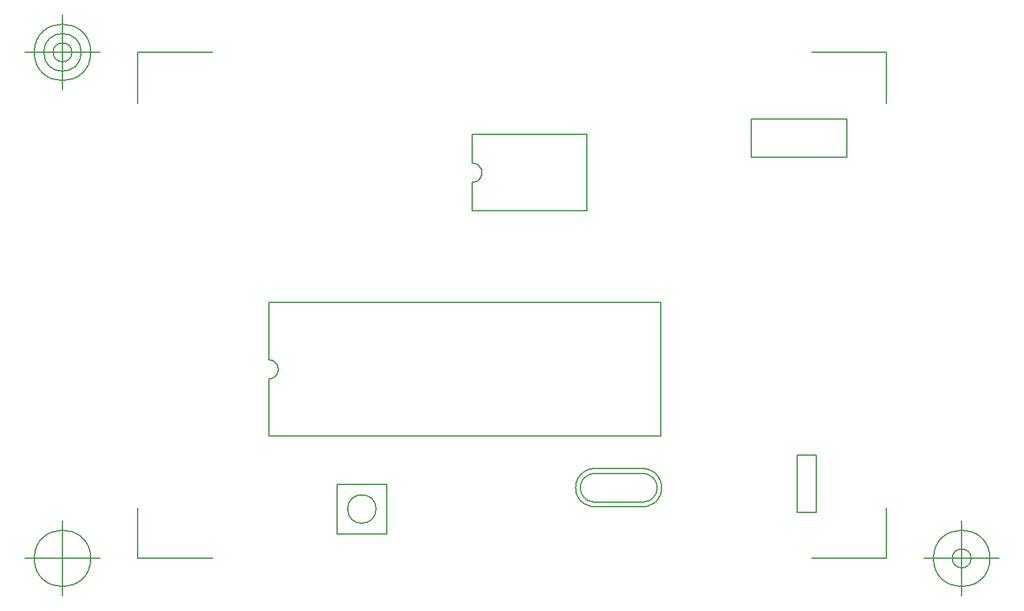
<source format=gbr>
G04 Generated by Ultiboard 14.0 *
%FSLAX34Y34*%
%MOMM*%

%ADD10C,0.0001*%
%ADD11C,0.1778*%
%ADD12C,0.2032*%
%ADD13C,0.1270*%


G04 ColorRGB 0000FF for the following layer *
%LN3D-Info Top*%
%LPD*%
G54D10*
G54D11*
X556471Y138430D02*
X619971Y138430D01*
X556471Y176530D02*
X619971Y176530D01*
X556471Y176530D02*
X554811Y176458D01*
X553163Y176241D01*
X551541Y175881D01*
X549956Y175381D01*
X548420Y174745D01*
X546946Y173978D01*
X545545Y173085D01*
X544226Y172073D01*
X543001Y170950D01*
X541878Y169725D01*
X540866Y168407D01*
X539974Y167005D01*
X539206Y165531D01*
X538570Y163995D01*
X538070Y162411D01*
X537711Y160788D01*
X537494Y159140D01*
X537421Y157480D01*
X537494Y155820D01*
X537711Y154172D01*
X538070Y152550D01*
X538570Y150965D01*
X539206Y149429D01*
X539974Y147955D01*
X540866Y146553D01*
X541878Y145235D01*
X543001Y144010D01*
X544226Y142887D01*
X545545Y141875D01*
X546946Y140982D01*
X548420Y140215D01*
X549956Y139579D01*
X551541Y139079D01*
X553163Y138719D01*
X554811Y138502D01*
X556471Y138430D01*
X556471Y138430D01*
X619971Y138430D02*
X621632Y138502D01*
X623279Y138719D01*
X624902Y139079D01*
X626487Y139579D01*
X628022Y140215D01*
X629496Y140982D01*
X630898Y141875D01*
X632216Y142887D01*
X633442Y144010D01*
X634564Y145235D01*
X635576Y146553D01*
X636469Y147955D01*
X637237Y149429D01*
X637872Y150965D01*
X638372Y152550D01*
X638732Y154172D01*
X638949Y155820D01*
X639021Y157480D01*
X638949Y159140D01*
X638732Y160788D01*
X638372Y162411D01*
X637872Y163995D01*
X637236Y165531D01*
X636469Y167005D01*
X635576Y168407D01*
X634564Y169725D01*
X633442Y170950D01*
X632216Y172073D01*
X630898Y173085D01*
X629496Y173978D01*
X628022Y174745D01*
X626487Y175381D01*
X624902Y175881D01*
X623279Y176241D01*
X621632Y176458D01*
X619971Y176530D01*
X556471Y132080D02*
X619971Y132080D01*
X556471Y182880D02*
X619971Y182880D01*
X556471Y182880D02*
X554258Y182783D01*
X552061Y182494D01*
X549897Y182015D01*
X547784Y181348D01*
X545737Y180500D01*
X543771Y179477D01*
X541902Y178286D01*
X540145Y176938D01*
X538511Y175441D01*
X537014Y173807D01*
X535665Y172049D01*
X534474Y170180D01*
X533451Y168215D01*
X532603Y166167D01*
X531937Y164054D01*
X531457Y161891D01*
X531168Y159694D01*
X531071Y157480D01*
X531168Y155266D01*
X531457Y153069D01*
X531937Y150906D01*
X532603Y148793D01*
X533451Y146746D01*
X534474Y144780D01*
X535665Y142911D01*
X537014Y141153D01*
X538511Y139519D01*
X540145Y138022D01*
X541902Y136674D01*
X543771Y135483D01*
X545737Y134460D01*
X547784Y133612D01*
X549897Y132945D01*
X552061Y132466D01*
X554258Y132177D01*
X556471Y132080D01*
X556471Y132080D01*
X619971Y132080D02*
X622185Y132177D01*
X624382Y132466D01*
X626545Y132945D01*
X628659Y133612D01*
X630706Y134460D01*
X632671Y135483D01*
X634540Y136674D01*
X636298Y138022D01*
X637932Y139519D01*
X639429Y141153D01*
X640778Y142911D01*
X641968Y144780D01*
X642992Y146746D01*
X643840Y148793D01*
X644506Y150906D01*
X644985Y153069D01*
X645275Y155266D01*
X645371Y157480D01*
X645275Y159694D01*
X644985Y161891D01*
X644506Y164054D01*
X643840Y166167D01*
X642992Y168215D01*
X641968Y170180D01*
X640778Y172049D01*
X639429Y173807D01*
X637932Y175441D01*
X636298Y176938D01*
X634540Y178286D01*
X632671Y179477D01*
X630706Y180500D01*
X628659Y181348D01*
X626545Y182015D01*
X624382Y182494D01*
X622185Y182783D01*
X619971Y182880D01*
X393700Y525780D02*
X546100Y525780D01*
X546100Y627380D02*
X393700Y627380D01*
X393700Y563880D02*
X393700Y525780D01*
X393700Y627380D02*
X393700Y589280D01*
X546100Y525780D02*
X546100Y627380D01*
X393700Y563880D02*
X394807Y563928D01*
X395905Y564073D01*
X396987Y564313D01*
X398044Y564646D01*
X399067Y565070D01*
X400050Y565581D01*
X400984Y566177D01*
X401863Y566851D01*
X402680Y567600D01*
X403429Y568417D01*
X404103Y569296D01*
X404699Y570230D01*
X405210Y571213D01*
X405634Y572236D01*
X405967Y573293D01*
X406207Y574375D01*
X406352Y575473D01*
X406400Y576580D01*
X406352Y577687D01*
X406207Y578785D01*
X405967Y579867D01*
X405634Y580924D01*
X405210Y581947D01*
X404699Y582930D01*
X404103Y583864D01*
X403429Y584743D01*
X402680Y585560D01*
X401863Y586309D01*
X400984Y586983D01*
X400050Y587579D01*
X399067Y588090D01*
X398044Y588514D01*
X396987Y588847D01*
X395905Y589087D01*
X394807Y589232D01*
X393700Y589280D01*
X764540Y647700D02*
X891540Y647700D01*
X891540Y596900D01*
X764540Y596900D01*
X764540Y647700D01*
X123190Y226060D02*
X643890Y226060D01*
X123190Y403860D02*
X643890Y403860D01*
X123190Y302260D02*
X124297Y302308D01*
X125395Y302453D01*
X126477Y302693D01*
X127534Y303026D01*
X128557Y303450D01*
X129540Y303961D01*
X130474Y304557D01*
X131353Y305231D01*
X132170Y305980D01*
X132919Y306797D01*
X133593Y307676D01*
X134189Y308610D01*
X134700Y309593D01*
X135124Y310616D01*
X135457Y311673D01*
X135697Y312755D01*
X135842Y313853D01*
X135890Y314960D01*
X135842Y316067D01*
X135697Y317165D01*
X135457Y318247D01*
X135124Y319304D01*
X134700Y320327D01*
X134189Y321310D01*
X133593Y322244D01*
X132919Y323123D01*
X132170Y323940D01*
X131353Y324689D01*
X130474Y325363D01*
X129540Y325959D01*
X128557Y326470D01*
X127534Y326894D01*
X126477Y327227D01*
X125395Y327467D01*
X124297Y327612D01*
X123190Y327660D01*
X123190Y302260D02*
X123190Y226060D01*
X123190Y327660D02*
X123190Y403860D01*
X643890Y226060D02*
X643890Y403860D01*
G54D12*
X825597Y124432D02*
X850864Y124432D01*
X850864Y200584D01*
X825597Y200584D01*
X825597Y124432D01*
X279979Y96060D02*
X214361Y96060D01*
X214361Y161569D01*
X279979Y161569D01*
X279979Y96060D01*
X227980Y129151D02*
G75*
D01*
G02X227980Y129151I18930J0*
G01*
G54D13*
X-50800Y63480D02*
X-50800Y130792D01*
X-50800Y63480D02*
X48676Y63480D01*
X943963Y63480D02*
X844487Y63480D01*
X943963Y63480D02*
X943963Y130792D01*
X943963Y736600D02*
X943963Y669288D01*
X943963Y736600D02*
X844487Y736600D01*
X-50800Y736600D02*
X48676Y736600D01*
X-50800Y736600D02*
X-50800Y669288D01*
X-100800Y63480D02*
X-200800Y63480D01*
X-150800Y13480D02*
X-150800Y113480D01*
X-188300Y63480D02*
G75*
D01*
G02X-188300Y63480I37500J0*
G01*
X993963Y63480D02*
X1093963Y63480D01*
X1043963Y13480D02*
X1043963Y113480D01*
X1006463Y63480D02*
G75*
D01*
G02X1006463Y63480I37500J0*
G01*
X1031463Y63480D02*
G75*
D01*
G02X1031463Y63480I12500J0*
G01*
X-100800Y736600D02*
X-200800Y736600D01*
X-150800Y686600D02*
X-150800Y786600D01*
X-188300Y736600D02*
G75*
D01*
G02X-188300Y736600I37500J0*
G01*
X-175800Y736600D02*
G75*
D01*
G02X-175800Y736600I25000J0*
G01*
X-163300Y736600D02*
G75*
D01*
G02X-163300Y736600I12500J0*
G01*

M02*

</source>
